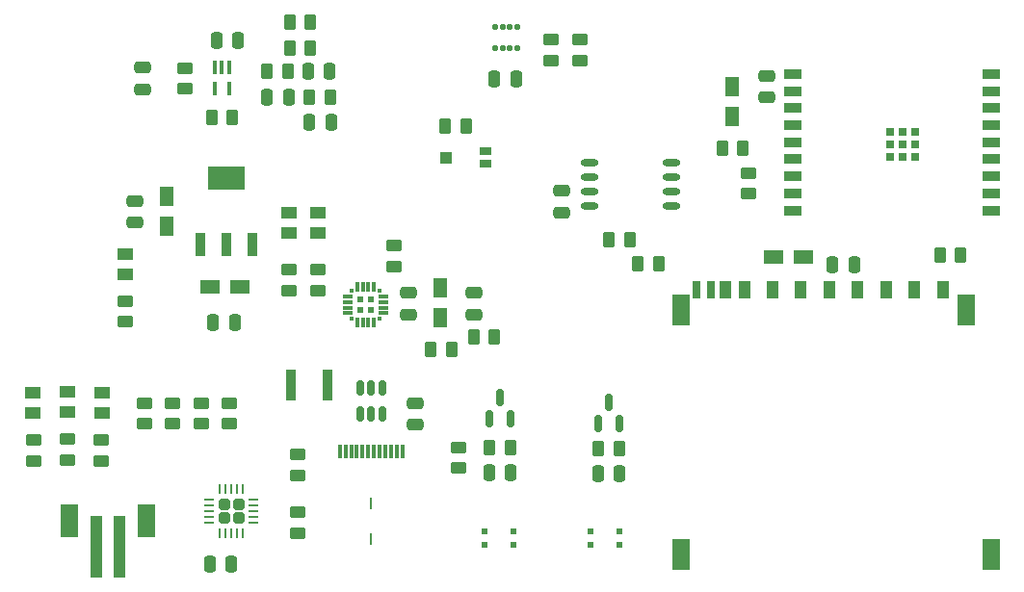
<source format=gbr>
%TF.GenerationSoftware,KiCad,Pcbnew,8.0.7*%
%TF.CreationDate,2024-12-27T11:50:54+11:00*%
%TF.ProjectId,ESP32 sensor board,45535033-3220-4736-956e-736f7220626f,rev?*%
%TF.SameCoordinates,Original*%
%TF.FileFunction,Paste,Top*%
%TF.FilePolarity,Positive*%
%FSLAX46Y46*%
G04 Gerber Fmt 4.6, Leading zero omitted, Abs format (unit mm)*
G04 Created by KiCad (PCBNEW 8.0.7) date 2024-12-27 11:50:54*
%MOMM*%
%LPD*%
G01*
G04 APERTURE LIST*
G04 Aperture macros list*
%AMRoundRect*
0 Rectangle with rounded corners*
0 $1 Rounding radius*
0 $2 $3 $4 $5 $6 $7 $8 $9 X,Y pos of 4 corners*
0 Add a 4 corners polygon primitive as box body*
4,1,4,$2,$3,$4,$5,$6,$7,$8,$9,$2,$3,0*
0 Add four circle primitives for the rounded corners*
1,1,$1+$1,$2,$3*
1,1,$1+$1,$4,$5*
1,1,$1+$1,$6,$7*
1,1,$1+$1,$8,$9*
0 Add four rect primitives between the rounded corners*
20,1,$1+$1,$2,$3,$4,$5,0*
20,1,$1+$1,$4,$5,$6,$7,0*
20,1,$1+$1,$6,$7,$8,$9,0*
20,1,$1+$1,$8,$9,$2,$3,0*%
G04 Aperture macros list end*
%ADD10R,1.230000X1.800000*%
%ADD11RoundRect,0.250000X0.450000X-0.262500X0.450000X0.262500X-0.450000X0.262500X-0.450000X-0.262500X0*%
%ADD12RoundRect,0.250000X-0.475000X0.250000X-0.475000X-0.250000X0.475000X-0.250000X0.475000X0.250000X0*%
%ADD13RoundRect,0.150000X0.150000X-0.587500X0.150000X0.587500X-0.150000X0.587500X-0.150000X-0.587500X0*%
%ADD14R,1.400000X1.000000*%
%ADD15R,1.800000X1.230000*%
%ADD16RoundRect,0.250000X0.475000X-0.250000X0.475000X0.250000X-0.475000X0.250000X-0.475000X-0.250000X0*%
%ADD17RoundRect,0.250000X-0.262500X-0.450000X0.262500X-0.450000X0.262500X0.450000X-0.262500X0.450000X0*%
%ADD18RoundRect,0.250000X-0.450000X0.262500X-0.450000X-0.262500X0.450000X-0.262500X0.450000X0.262500X0*%
%ADD19R,0.300000X1.200000*%
%ADD20R,0.200000X1.000000*%
%ADD21RoundRect,0.250000X0.262500X0.450000X-0.262500X0.450000X-0.262500X-0.450000X0.262500X-0.450000X0*%
%ADD22R,0.950000X2.150000*%
%ADD23R,3.250000X2.150000*%
%ADD24R,0.910000X2.810000*%
%ADD25RoundRect,0.250000X0.250000X0.475000X-0.250000X0.475000X-0.250000X-0.475000X0.250000X-0.475000X0*%
%ADD26RoundRect,0.150000X-0.150000X0.512500X-0.150000X-0.512500X0.150000X-0.512500X0.150000X0.512500X0*%
%ADD27RoundRect,0.100000X-0.100000X0.495000X-0.100000X-0.495000X0.100000X-0.495000X0.100000X0.495000X0*%
%ADD28R,1.500000X0.900000*%
%ADD29R,0.700000X0.700000*%
%ADD30R,1.000000X5.500000*%
%ADD31R,1.600000X3.000000*%
%ADD32RoundRect,0.056250X0.168750X-0.188750X0.168750X0.188750X-0.168750X0.188750X-0.168750X-0.188750X0*%
%ADD33R,0.550000X0.570000*%
%ADD34R,1.100000X0.800000*%
%ADD35R,1.100000X1.000000*%
%ADD36RoundRect,0.250000X-0.250000X-0.475000X0.250000X-0.475000X0.250000X0.475000X-0.250000X0.475000X0*%
%ADD37RoundRect,0.250000X0.255000X0.255000X-0.255000X0.255000X-0.255000X-0.255000X0.255000X-0.255000X0*%
%ADD38RoundRect,0.062500X0.350000X0.062500X-0.350000X0.062500X-0.350000X-0.062500X0.350000X-0.062500X0*%
%ADD39RoundRect,0.062500X0.062500X0.350000X-0.062500X0.350000X-0.062500X-0.350000X0.062500X-0.350000X0*%
%ADD40R,0.540000X0.540000*%
%ADD41R,0.300000X0.300000*%
%ADD42R,0.300000X0.900000*%
%ADD43R,0.900000X0.300000*%
%ADD44O,1.600000X0.600000*%
%ADD45R,1.000000X1.500000*%
%ADD46R,0.700000X1.500000*%
%ADD47R,1.500000X2.800000*%
G04 APERTURE END LIST*
D10*
%TO.C,C4*%
X125180000Y-90670000D03*
X125180000Y-93290000D03*
%TD*%
D11*
%TO.C,R5*%
X128250000Y-110662500D03*
X128250000Y-108837500D03*
%TD*%
D12*
%TO.C,C5*%
X122400000Y-91070000D03*
X122400000Y-92970000D03*
%TD*%
D11*
%TO.C,R10*%
X121600000Y-101712500D03*
X121600000Y-99887500D03*
%TD*%
D10*
%TO.C,C9*%
X149300000Y-101360000D03*
X149300000Y-98740000D03*
%TD*%
D13*
%TO.C,Q2*%
X163150000Y-110687500D03*
X165050000Y-110687500D03*
X164100000Y-108812500D03*
%TD*%
D14*
%TO.C,D3*%
X119583300Y-109712500D03*
X119583300Y-107912500D03*
%TD*%
D15*
%TO.C,C12*%
X181195000Y-96000000D03*
X178575000Y-96000000D03*
%TD*%
D14*
%TO.C,D4*%
X121600000Y-97512500D03*
X121600000Y-95712500D03*
%TD*%
D16*
%TO.C,C1*%
X147100000Y-110750000D03*
X147100000Y-108850000D03*
%TD*%
D17*
%TO.C,R12*%
X148437500Y-104100000D03*
X150262500Y-104100000D03*
%TD*%
D18*
%TO.C,R11*%
X145200000Y-94987500D03*
X145200000Y-96812500D03*
%TD*%
D19*
%TO.C,J1*%
X140440800Y-113132500D03*
X140940800Y-113132500D03*
X141440800Y-113132500D03*
X141940800Y-113132500D03*
X142440800Y-113132500D03*
X142940800Y-113132500D03*
X143440800Y-113132500D03*
X143940800Y-113132500D03*
X144440800Y-113132500D03*
X144940800Y-113132500D03*
X145440800Y-113132500D03*
X145940800Y-113132500D03*
D20*
X143190800Y-117712500D03*
X143190800Y-120812500D03*
%TD*%
D21*
%TO.C,R33*%
X155412500Y-112750000D03*
X153587500Y-112750000D03*
%TD*%
D18*
%TO.C,R31*%
X126825000Y-79400000D03*
X126825000Y-81225000D03*
%TD*%
D22*
%TO.C,U2*%
X128150000Y-94900000D03*
X130450000Y-94900000D03*
X132750000Y-94900000D03*
D23*
X130450000Y-89100000D03*
%TD*%
D11*
%TO.C,R18*%
X138500000Y-98962500D03*
X138500000Y-97137500D03*
%TD*%
D21*
%TO.C,R30*%
X135875000Y-79650000D03*
X134050000Y-79650000D03*
%TD*%
D17*
%TO.C,R28*%
X137750000Y-81962500D03*
X139575000Y-81962500D03*
%TD*%
D24*
%TO.C,F1*%
X139370000Y-107275000D03*
X136130000Y-107275000D03*
%TD*%
D12*
%TO.C,C14*%
X159900000Y-90200000D03*
X159900000Y-92100000D03*
%TD*%
D13*
%TO.C,Q3*%
X153587500Y-110237500D03*
X155487500Y-110237500D03*
X154537500Y-108362500D03*
%TD*%
D17*
%TO.C,R22*%
X164087500Y-94475000D03*
X165912500Y-94475000D03*
%TD*%
D25*
%TO.C,C18*%
X131525000Y-76912500D03*
X129625000Y-76912500D03*
%TD*%
D26*
%TO.C,U5*%
X144150000Y-107525000D03*
X143200000Y-107525000D03*
X142250000Y-107525000D03*
X142250000Y-109800000D03*
X143200000Y-109800000D03*
X144150000Y-109800000D03*
%TD*%
D25*
%TO.C,C2*%
X131200000Y-101800000D03*
X129300000Y-101800000D03*
%TD*%
D11*
%TO.C,R1*%
X123250000Y-110662500D03*
X123250000Y-108837500D03*
%TD*%
D12*
%TO.C,C20*%
X123075000Y-79362500D03*
X123075000Y-81262500D03*
%TD*%
D27*
%TO.C,U8*%
X130725000Y-79302500D03*
X130075000Y-79302500D03*
X129425000Y-79302500D03*
X129425000Y-81222500D03*
X130725000Y-81222500D03*
%TD*%
D14*
%TO.C,D6*%
X138500000Y-93900000D03*
X138500000Y-92100000D03*
%TD*%
D28*
%TO.C,U3*%
X180226000Y-79904000D03*
X180226000Y-81404000D03*
X180226000Y-82904000D03*
X180226000Y-84404000D03*
X180226000Y-85904000D03*
X180226000Y-87404000D03*
X180226000Y-88904000D03*
X180226000Y-90404000D03*
X180226000Y-91904000D03*
X197726000Y-91904000D03*
X197726000Y-90404000D03*
X197726000Y-88904000D03*
X197726000Y-87404000D03*
X197726000Y-85904000D03*
X197726000Y-84404000D03*
X197726000Y-82904000D03*
X197726000Y-81404000D03*
X197726000Y-79904000D03*
D29*
X188836000Y-85004000D03*
X189936000Y-85004000D03*
X191036000Y-85004000D03*
X188836000Y-86104000D03*
X189936000Y-86104000D03*
X191036000Y-86104000D03*
X188836000Y-87204000D03*
X189936000Y-87204000D03*
X191036000Y-87204000D03*
%TD*%
D11*
%TO.C,R8*%
X113500000Y-113912500D03*
X113500000Y-112087500D03*
%TD*%
D17*
%TO.C,R29*%
X136050000Y-77612500D03*
X137875000Y-77612500D03*
%TD*%
%TO.C,R13*%
X152187500Y-103050000D03*
X154012500Y-103050000D03*
%TD*%
D30*
%TO.C,J2*%
X119075000Y-121475000D03*
X121075000Y-121475000D03*
D31*
X116675000Y-119225000D03*
X123475000Y-119225000D03*
%TD*%
D25*
%TO.C,C13*%
X185650000Y-96650000D03*
X183750000Y-96650000D03*
%TD*%
D11*
%TO.C,R6*%
X130700000Y-110662500D03*
X130700000Y-108837500D03*
%TD*%
D32*
%TO.C,U7*%
X154097500Y-75727500D03*
X154747500Y-75727500D03*
X155397500Y-75727500D03*
X156047500Y-75727500D03*
X156047500Y-77667500D03*
X155397500Y-77667500D03*
X154747500Y-77667500D03*
X154097500Y-77667500D03*
%TD*%
D33*
%TO.C,SW1*%
X165025000Y-121330000D03*
X162475000Y-121330000D03*
X165025000Y-120170000D03*
X162475000Y-120170000D03*
%TD*%
D18*
%TO.C,R3*%
X136725000Y-118462500D03*
X136725000Y-120287500D03*
%TD*%
D25*
%TO.C,C6*%
X130925000Y-123025000D03*
X129025000Y-123025000D03*
%TD*%
D17*
%TO.C,R34*%
X163187500Y-112850000D03*
X165012500Y-112850000D03*
%TD*%
D15*
%TO.C,C3*%
X131660000Y-98625000D03*
X129040000Y-98625000D03*
%TD*%
D34*
%TO.C,Q1*%
X153255000Y-87800000D03*
X153255000Y-86700000D03*
D35*
X149745000Y-87250000D03*
%TD*%
D25*
%TO.C,C17*%
X139562500Y-79700000D03*
X137662500Y-79700000D03*
%TD*%
D17*
%TO.C,R23*%
X149687500Y-84450000D03*
X151512500Y-84450000D03*
%TD*%
D11*
%TO.C,R32*%
X150900000Y-114562500D03*
X150900000Y-112737500D03*
%TD*%
D36*
%TO.C,C19*%
X134062500Y-81962500D03*
X135962500Y-81962500D03*
%TD*%
D37*
%TO.C,U1*%
X131535000Y-118985000D03*
X131535000Y-117735000D03*
X130285000Y-118985000D03*
X130285000Y-117735000D03*
D38*
X132847500Y-119360000D03*
X132847500Y-118860000D03*
X132847500Y-118360000D03*
X132847500Y-117860000D03*
X132847500Y-117360000D03*
D39*
X131910000Y-116422500D03*
X131410000Y-116422500D03*
X130910000Y-116422500D03*
X130410000Y-116422500D03*
X129910000Y-116422500D03*
D38*
X128972500Y-117360000D03*
X128972500Y-117860000D03*
X128972500Y-118360000D03*
X128972500Y-118860000D03*
X128972500Y-119360000D03*
D39*
X129910000Y-120297500D03*
X130410000Y-120297500D03*
X130910000Y-120297500D03*
X131410000Y-120297500D03*
X131910000Y-120297500D03*
%TD*%
D11*
%TO.C,R7*%
X116500000Y-113850000D03*
X116500000Y-112025000D03*
%TD*%
%TO.C,R25*%
X161500000Y-78712500D03*
X161500000Y-76887500D03*
%TD*%
D17*
%TO.C,R19*%
X193187500Y-95800000D03*
X195012500Y-95800000D03*
%TD*%
D40*
%TO.C,U4*%
X142250000Y-100650000D03*
X143150000Y-100650000D03*
X142250000Y-99750000D03*
X143150000Y-99750000D03*
D41*
X141450000Y-101450000D03*
D42*
X141950000Y-101750000D03*
X142450000Y-101750000D03*
X142950000Y-101750000D03*
X143450000Y-101750000D03*
D41*
X143950000Y-101450000D03*
D43*
X144250000Y-100950000D03*
X144250000Y-100450000D03*
X144250000Y-99950000D03*
X144250000Y-99450000D03*
D41*
X143950000Y-98950000D03*
D42*
X143450000Y-98650000D03*
X142950000Y-98650000D03*
X142450000Y-98650000D03*
X141950000Y-98650000D03*
D41*
X141450000Y-98950000D03*
D43*
X141150000Y-99450000D03*
X141150000Y-99950000D03*
X141150000Y-100450000D03*
X141150000Y-100950000D03*
%TD*%
D25*
%TO.C,C21*%
X165050000Y-115050000D03*
X163150000Y-115050000D03*
%TD*%
D14*
%TO.C,D5*%
X136000000Y-93900000D03*
X136000000Y-92100000D03*
%TD*%
D17*
%TO.C,R20*%
X174062500Y-86450000D03*
X175887500Y-86450000D03*
%TD*%
D16*
%TO.C,C11*%
X152200000Y-101050000D03*
X152200000Y-99150000D03*
%TD*%
D25*
%TO.C,C15*%
X155922500Y-80300000D03*
X154022500Y-80300000D03*
%TD*%
%TO.C,C22*%
X155450000Y-114950000D03*
X153550000Y-114950000D03*
%TD*%
D14*
%TO.C,D2*%
X113416700Y-109712500D03*
X113416700Y-107912500D03*
%TD*%
D25*
%TO.C,C16*%
X139662500Y-84112500D03*
X137762500Y-84112500D03*
%TD*%
D21*
%TO.C,R16*%
X168487500Y-96625000D03*
X166662500Y-96625000D03*
%TD*%
D10*
%TO.C,C7*%
X174950000Y-81030000D03*
X174950000Y-83650000D03*
%TD*%
D14*
%TO.C,D1*%
X116500000Y-109650000D03*
X116500000Y-107850000D03*
%TD*%
D33*
%TO.C,SW2*%
X155737500Y-121330000D03*
X153187500Y-121330000D03*
X155737500Y-120170000D03*
X153187500Y-120170000D03*
%TD*%
D21*
%TO.C,R27*%
X137875000Y-75350000D03*
X136050000Y-75350000D03*
%TD*%
%TO.C,R26*%
X130987500Y-83762500D03*
X129162500Y-83762500D03*
%TD*%
D44*
%TO.C,U6*%
X162400000Y-87695000D03*
X162400000Y-88965000D03*
X162400000Y-90235000D03*
X162400000Y-91505000D03*
X169600000Y-91505000D03*
X169600000Y-90235000D03*
X169600000Y-88965000D03*
X169600000Y-87695000D03*
%TD*%
D11*
%TO.C,R9*%
X119500000Y-113912500D03*
X119500000Y-112087500D03*
%TD*%
D45*
%TO.C,J3*%
X190951000Y-98900000D03*
X188451000Y-98900000D03*
X185951000Y-98900000D03*
X183451000Y-98900000D03*
X180951000Y-98900000D03*
X178451000Y-98900000D03*
X176026000Y-98900000D03*
X174326000Y-98900000D03*
X193451000Y-98900000D03*
D46*
X173026000Y-98900000D03*
D47*
X170426000Y-100700000D03*
X195526000Y-100700000D03*
X197726000Y-122200000D03*
X170426000Y-122200000D03*
D46*
X171826000Y-98900000D03*
%TD*%
D12*
%TO.C,C8*%
X177950000Y-80050000D03*
X177950000Y-81950000D03*
%TD*%
D11*
%TO.C,R24*%
X158965000Y-78712500D03*
X158965000Y-76887500D03*
%TD*%
D16*
%TO.C,C10*%
X146450000Y-101050000D03*
X146450000Y-99150000D03*
%TD*%
D11*
%TO.C,R14*%
X136000000Y-98962500D03*
X136000000Y-97137500D03*
%TD*%
%TO.C,R2*%
X125750000Y-110662500D03*
X125750000Y-108837500D03*
%TD*%
D18*
%TO.C,R4*%
X136725000Y-113362500D03*
X136725000Y-115187500D03*
%TD*%
D11*
%TO.C,R15*%
X176350000Y-90437500D03*
X176350000Y-88612500D03*
%TD*%
M02*

</source>
